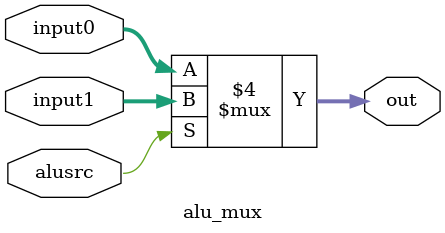
<source format=sv>
module alu_mux#(
    parameter DATA_WIDTH = 32    
)(
    input  logic [DATA_WIDTH-1:0] input0,
    input  logic [DATA_WIDTH-1:0] input1,
    input  logic                  alusrc,
    
    output logic [DATA_WIDTH-1:0] out
);

always_comb begin
    if (alusrc == 0)
        out = input0;
    else 
        out = input1;
end
    
endmodule

</source>
